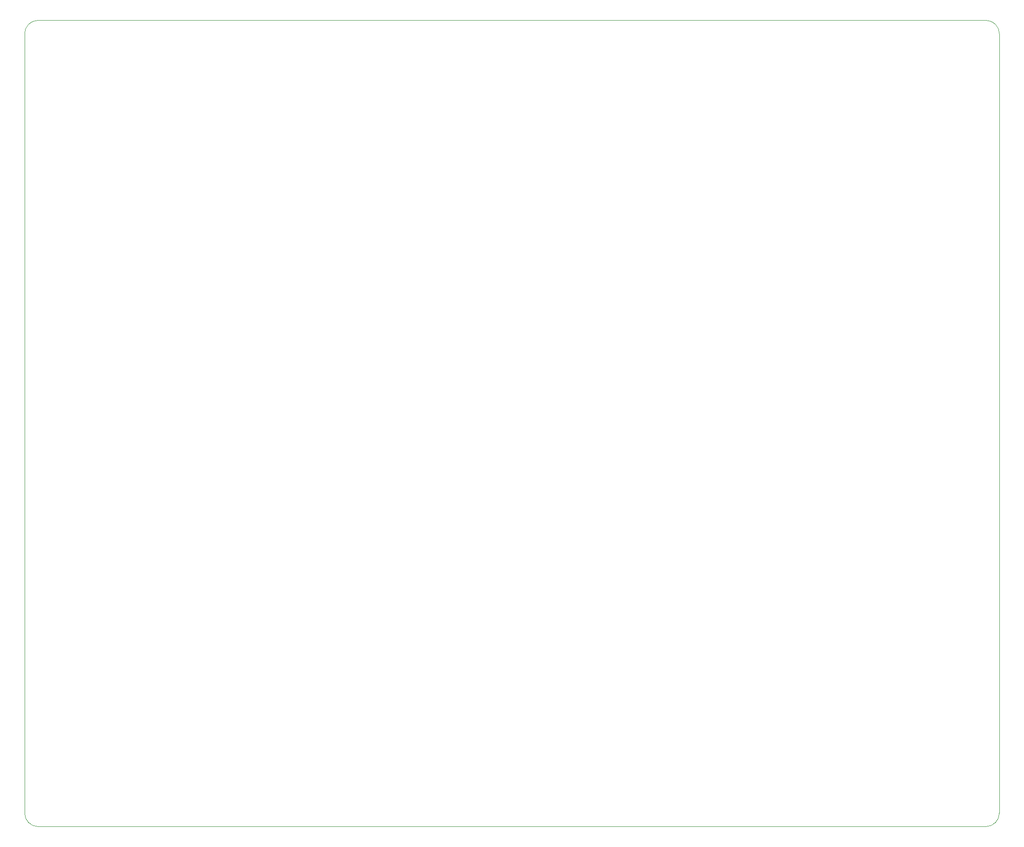
<source format=gbr>
%TF.GenerationSoftware,KiCad,Pcbnew,7.0.2*%
%TF.CreationDate,2023-07-06T23:20:30-07:00*%
%TF.ProjectId,Score-Board-Digits,53636f72-652d-4426-9f61-72642d446967,1*%
%TF.SameCoordinates,Original*%
%TF.FileFunction,Profile,NP*%
%FSLAX46Y46*%
G04 Gerber Fmt 4.6, Leading zero omitted, Abs format (unit mm)*
G04 Created by KiCad (PCBNEW 7.0.2) date 2023-07-06 23:20:30*
%MOMM*%
%LPD*%
G01*
G04 APERTURE LIST*
%TA.AperFunction,Profile*%
%ADD10C,0.100000*%
%TD*%
G04 APERTURE END LIST*
D10*
X199420000Y-19755000D02*
X199420000Y-167075000D01*
X15270000Y-167075000D02*
G75*
G03*
X17810000Y-169615000I2540000J0D01*
G01*
X196880000Y-169615000D02*
X17810000Y-169615000D01*
X199420000Y-19755000D02*
G75*
G03*
X196880000Y-17215000I-2540000J0D01*
G01*
X196880000Y-169615000D02*
G75*
G03*
X199420000Y-167075000I0J2540000D01*
G01*
X17810000Y-17215000D02*
G75*
G03*
X15270000Y-19755000I0J-2540000D01*
G01*
X15270000Y-167075000D02*
X15270000Y-19755000D01*
X17810000Y-17215000D02*
X196880000Y-17215000D01*
M02*

</source>
